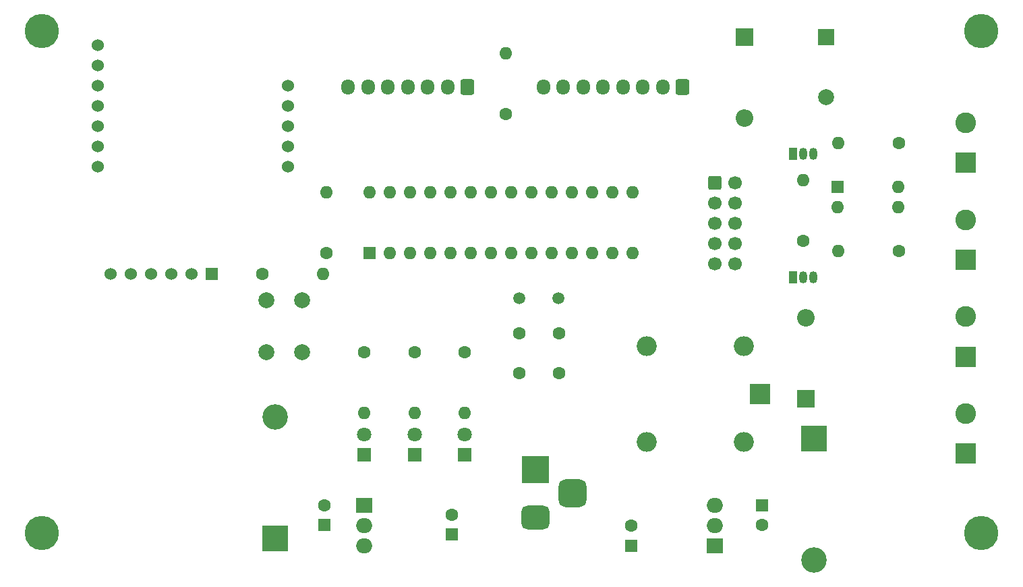
<source format=gbr>
%TF.GenerationSoftware,KiCad,Pcbnew,8.0.5*%
%TF.CreationDate,2024-11-10T22:18:14+02:00*%
%TF.ProjectId,LockBoard,4c6f636b-426f-4617-9264-2e6b69636164,rev?*%
%TF.SameCoordinates,Original*%
%TF.FileFunction,Soldermask,Top*%
%TF.FilePolarity,Negative*%
%FSLAX46Y46*%
G04 Gerber Fmt 4.6, Leading zero omitted, Abs format (unit mm)*
G04 Created by KiCad (PCBNEW 8.0.5) date 2024-11-10 22:18:14*
%MOMM*%
%LPD*%
G01*
G04 APERTURE LIST*
G04 Aperture macros list*
%AMRoundRect*
0 Rectangle with rounded corners*
0 $1 Rounding radius*
0 $2 $3 $4 $5 $6 $7 $8 $9 X,Y pos of 4 corners*
0 Add a 4 corners polygon primitive as box body*
4,1,4,$2,$3,$4,$5,$6,$7,$8,$9,$2,$3,0*
0 Add four circle primitives for the rounded corners*
1,1,$1+$1,$2,$3*
1,1,$1+$1,$4,$5*
1,1,$1+$1,$6,$7*
1,1,$1+$1,$8,$9*
0 Add four rect primitives between the rounded corners*
20,1,$1+$1,$2,$3,$4,$5,0*
20,1,$1+$1,$4,$5,$6,$7,0*
20,1,$1+$1,$6,$7,$8,$9,0*
20,1,$1+$1,$8,$9,$2,$3,0*%
G04 Aperture macros list end*
%ADD10R,1.600000X1.600000*%
%ADD11C,1.600000*%
%ADD12R,2.500000X2.500000*%
%ADD13O,2.500000X2.500000*%
%ADD14R,1.800000X1.800000*%
%ADD15C,1.800000*%
%ADD16R,2.600000X2.600000*%
%ADD17C,2.600000*%
%ADD18C,1.500000*%
%ADD19R,3.500000X3.500000*%
%ADD20RoundRect,0.750000X1.000000X-0.750000X1.000000X0.750000X-1.000000X0.750000X-1.000000X-0.750000X0*%
%ADD21RoundRect,0.875000X0.875000X-0.875000X0.875000X0.875000X-0.875000X0.875000X-0.875000X-0.875000X0*%
%ADD22O,1.600000X1.600000*%
%ADD23R,2.200000X2.200000*%
%ADD24O,2.200000X2.200000*%
%ADD25C,4.300000*%
%ADD26R,1.050000X1.500000*%
%ADD27O,1.050000X1.500000*%
%ADD28R,3.200000X3.200000*%
%ADD29O,3.200000X3.200000*%
%ADD30R,2.000000X1.905000*%
%ADD31O,2.000000X1.905000*%
%ADD32C,2.000000*%
%ADD33R,2.000000X2.000000*%
%ADD34RoundRect,0.250000X0.600000X0.725000X-0.600000X0.725000X-0.600000X-0.725000X0.600000X-0.725000X0*%
%ADD35O,1.700000X1.950000*%
%ADD36RoundRect,0.250000X-0.600000X-0.600000X0.600000X-0.600000X0.600000X0.600000X-0.600000X0.600000X0*%
%ADD37C,1.700000*%
%ADD38C,1.524000*%
%ADD39R,1.524000X1.524000*%
G04 APERTURE END LIST*
D10*
%TO.C,C4*%
X142500000Y-134540000D03*
D11*
X142500000Y-132040000D03*
%TD*%
D12*
%TO.C,K1*%
X158700000Y-115500000D03*
D13*
X156700000Y-109500000D03*
X144500000Y-109500000D03*
X144500000Y-121500000D03*
X156700000Y-121500000D03*
%TD*%
D14*
%TO.C,D5*%
X115320375Y-123170000D03*
D15*
X115320375Y-120630000D03*
%TD*%
D16*
%TO.C,MAGNETIC*%
X184555000Y-123000000D03*
D17*
X184555000Y-118000000D03*
%TD*%
D10*
%TO.C,C6*%
X104000000Y-131960000D03*
D11*
X104000000Y-129460000D03*
%TD*%
D18*
%TO.C,Y1*%
X133380000Y-103500000D03*
X128500000Y-103500000D03*
%TD*%
D19*
%TO.C,J1*%
X130500000Y-125000000D03*
D20*
X130500000Y-131000000D03*
D21*
X135200000Y-128000000D03*
%TD*%
D11*
%TO.C,R7*%
X109000000Y-110310000D03*
D22*
X109000000Y-117930000D03*
%TD*%
D11*
%TO.C,C1*%
X128490000Y-107880000D03*
X128490000Y-112880000D03*
%TD*%
%TO.C,R1*%
X104250000Y-97810000D03*
D22*
X104250000Y-90190000D03*
%TD*%
D23*
%TO.C,D1*%
X164500000Y-116080000D03*
D24*
X164500000Y-105920000D03*
%TD*%
D25*
%TO.C,H3*%
X68500000Y-133000000D03*
%TD*%
D16*
%TO.C,J6*%
X184555000Y-98666666D03*
D17*
X184555000Y-93666666D03*
%TD*%
D26*
%TO.C,Q1*%
X162875000Y-100860000D03*
D27*
X164145000Y-100860000D03*
X165415000Y-100860000D03*
%TD*%
D25*
%TO.C,H4*%
X68500000Y-70000000D03*
%TD*%
D28*
%TO.C,D3*%
X97859250Y-133620000D03*
D29*
X97859250Y-118380000D03*
%TD*%
D30*
%TO.C,U4*%
X109000000Y-129460000D03*
D31*
X109000000Y-132000000D03*
X109000000Y-134540000D03*
%TD*%
D32*
%TO.C,SW1*%
X96750000Y-110250000D03*
X96750000Y-103750000D03*
X101250000Y-110250000D03*
X101250000Y-103750000D03*
%TD*%
D11*
%TO.C,R6*%
X121640750Y-110310000D03*
D22*
X121640750Y-117930000D03*
%TD*%
D11*
%TO.C,R10*%
X96190000Y-100500000D03*
D22*
X103810000Y-100500000D03*
%TD*%
D10*
%TO.C,C5*%
X120000000Y-133152651D03*
D11*
X120000000Y-130652651D03*
%TD*%
D14*
%TO.C,D6*%
X121640750Y-123170000D03*
D15*
X121640750Y-120630000D03*
%TD*%
D33*
%TO.C,BZ1*%
X167000000Y-70700000D03*
D32*
X167000000Y-78300000D03*
%TD*%
D23*
%TO.C,D4*%
X156730000Y-70700000D03*
D24*
X156730000Y-80860000D03*
%TD*%
D11*
%TO.C,R5*%
X115320375Y-110310000D03*
D22*
X115320375Y-117930000D03*
%TD*%
D16*
%TO.C,J5*%
X184555000Y-86500000D03*
D17*
X184555000Y-81500000D03*
%TD*%
D28*
%TO.C,D2*%
X165500000Y-121150000D03*
D29*
X165500000Y-136390000D03*
%TD*%
D34*
%TO.C,U5*%
X149000000Y-77000000D03*
D35*
X146500000Y-77000000D03*
X144000000Y-77000000D03*
X141500000Y-77000000D03*
X139000000Y-77000000D03*
X136500000Y-77000000D03*
X134000000Y-77000000D03*
X131500000Y-77000000D03*
%TD*%
D36*
%TO.C,J7*%
X153000000Y-89000000D03*
D37*
X155540000Y-89000000D03*
X153000000Y-91540000D03*
X155540000Y-91540000D03*
X153000000Y-94080000D03*
X155540000Y-94080000D03*
X153000000Y-96620000D03*
X155540000Y-96620000D03*
X153000000Y-99160000D03*
X155540000Y-99160000D03*
%TD*%
D10*
%TO.C,C3*%
X159000000Y-129460000D03*
D11*
X159000000Y-131960000D03*
%TD*%
%TO.C,R4*%
X164165000Y-96310000D03*
D22*
X164165000Y-88690000D03*
%TD*%
D38*
%TO.C,J9*%
X75530000Y-87000000D03*
X75530000Y-84460000D03*
X75530000Y-81920000D03*
X75530000Y-79380000D03*
X75530000Y-76840000D03*
X75530000Y-74300000D03*
X75530000Y-71760000D03*
X99430000Y-87000000D03*
X99430000Y-84460000D03*
X99430000Y-81920000D03*
X99430000Y-79380000D03*
X99430000Y-76840000D03*
%TD*%
D25*
%TO.C,H1*%
X186500000Y-70000000D03*
%TD*%
D10*
%TO.C,U1*%
X109730000Y-97810000D03*
D22*
X112270000Y-97810000D03*
X114810000Y-97810000D03*
X117350000Y-97810000D03*
X119890000Y-97810000D03*
X122430000Y-97810000D03*
X124970000Y-97810000D03*
X127510000Y-97810000D03*
X130050000Y-97810000D03*
X132590000Y-97810000D03*
X135130000Y-97810000D03*
X137670000Y-97810000D03*
X140210000Y-97810000D03*
X142750000Y-97810000D03*
X142750000Y-90190000D03*
X140210000Y-90190000D03*
X137670000Y-90190000D03*
X135130000Y-90190000D03*
X132590000Y-90190000D03*
X130050000Y-90190000D03*
X127510000Y-90190000D03*
X124970000Y-90190000D03*
X122430000Y-90190000D03*
X119890000Y-90190000D03*
X117350000Y-90190000D03*
X114810000Y-90190000D03*
X112270000Y-90190000D03*
X109730000Y-90190000D03*
%TD*%
D10*
%TO.C,U2*%
X168490000Y-89500000D03*
D22*
X168490000Y-92040000D03*
X176110000Y-92040000D03*
X176110000Y-89500000D03*
%TD*%
D14*
%TO.C,D7*%
X109000000Y-123170000D03*
D15*
X109000000Y-120630000D03*
%TD*%
D16*
%TO.C,J8*%
X184555000Y-110833332D03*
D17*
X184555000Y-105833332D03*
%TD*%
D11*
%TO.C,R11*%
X126750000Y-80370000D03*
D22*
X126750000Y-72750000D03*
%TD*%
D26*
%TO.C,Q2*%
X162875000Y-85360000D03*
D27*
X164145000Y-85360000D03*
X165415000Y-85360000D03*
%TD*%
D11*
%TO.C,R3*%
X176140000Y-84000000D03*
D22*
X168520000Y-84000000D03*
%TD*%
D11*
%TO.C,C2*%
X133490000Y-107880000D03*
X133490000Y-112880000D03*
%TD*%
%TO.C,R2*%
X176140000Y-97550000D03*
D22*
X168520000Y-97550000D03*
%TD*%
D30*
%TO.C,U3*%
X153000000Y-134540000D03*
D31*
X153000000Y-132000000D03*
X153000000Y-129460000D03*
%TD*%
D39*
%TO.C,J2*%
X89850000Y-100500000D03*
D38*
X87310000Y-100500000D03*
X84770000Y-100500000D03*
X82230000Y-100500000D03*
X79690000Y-100500000D03*
X77150000Y-100500000D03*
%TD*%
D34*
%TO.C,MOD1*%
X122000000Y-77000000D03*
D35*
X119500000Y-77000000D03*
X117000000Y-77000000D03*
X114500000Y-77000000D03*
X112000000Y-77000000D03*
X109500000Y-77000000D03*
X107000000Y-77000000D03*
%TD*%
D25*
%TO.C,H2*%
X186500000Y-133000000D03*
%TD*%
M02*

</source>
